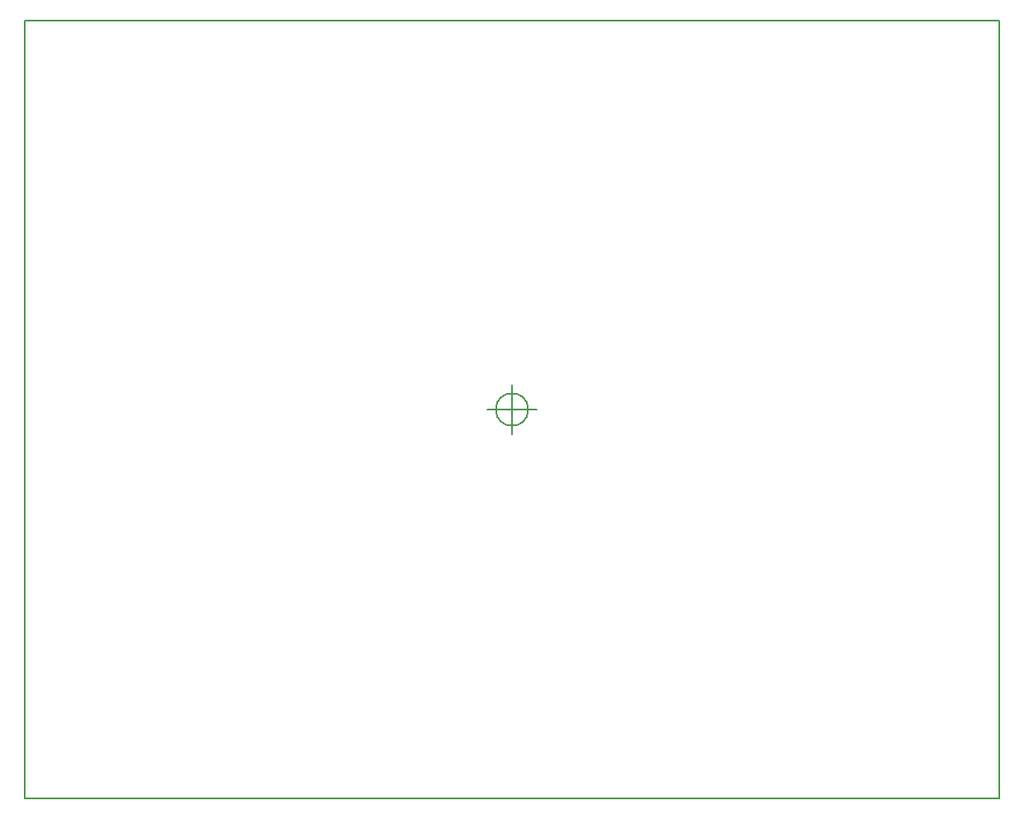
<source format=gbr>
G04 #@! TF.GenerationSoftware,KiCad,Pcbnew,(5.0.0-rc2-dev-206-ge4d512a29)*
G04 #@! TF.CreationDate,2018-03-29T18:07:49+02:00*
G04 #@! TF.ProjectId,Koczon,4B6F637A6F6E2E6B696361645F706362,1*
G04 #@! TF.SameCoordinates,Original*
G04 #@! TF.FileFunction,Profile,NP*
%FSLAX46Y46*%
G04 Gerber Fmt 4.6, Leading zero omitted, Abs format (unit mm)*
G04 Created by KiCad (PCBNEW (5.0.0-rc2-dev-206-ge4d512a29)) date 03/29/18 18:07:49*
%MOMM*%
%LPD*%
G01*
G04 APERTURE LIST*
%ADD10C,0.150000*%
G04 APERTURE END LIST*
D10*
X150044666Y-87752906D02*
G75*
G03X150044666Y-87752906I-1666666J0D01*
G01*
X145878000Y-87752906D02*
X150878000Y-87752906D01*
X148378000Y-85252906D02*
X148378000Y-90252906D01*
X98378000Y-47752906D02*
X98378000Y-127752906D01*
X198378000Y-47752906D02*
X98378000Y-47752906D01*
X198378000Y-127752906D02*
X198378000Y-47752906D01*
X98378000Y-127752906D02*
X198378000Y-127752906D01*
M02*

</source>
